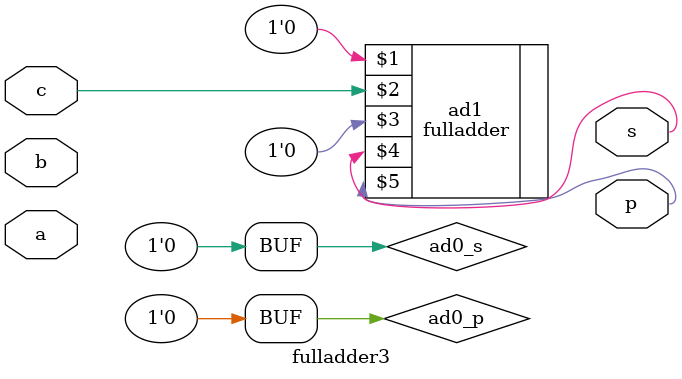
<source format=sv>
module fulladder3(input logic a, b, c, output logic s, p);

logic ad0_s = 0, ad0_p = 0;
fulladder ad0(a, b, 0, ad0_s, ad0_p);
fulladder ad1(ad0_s, c, ad0_p, s, p);

endmodule
</source>
